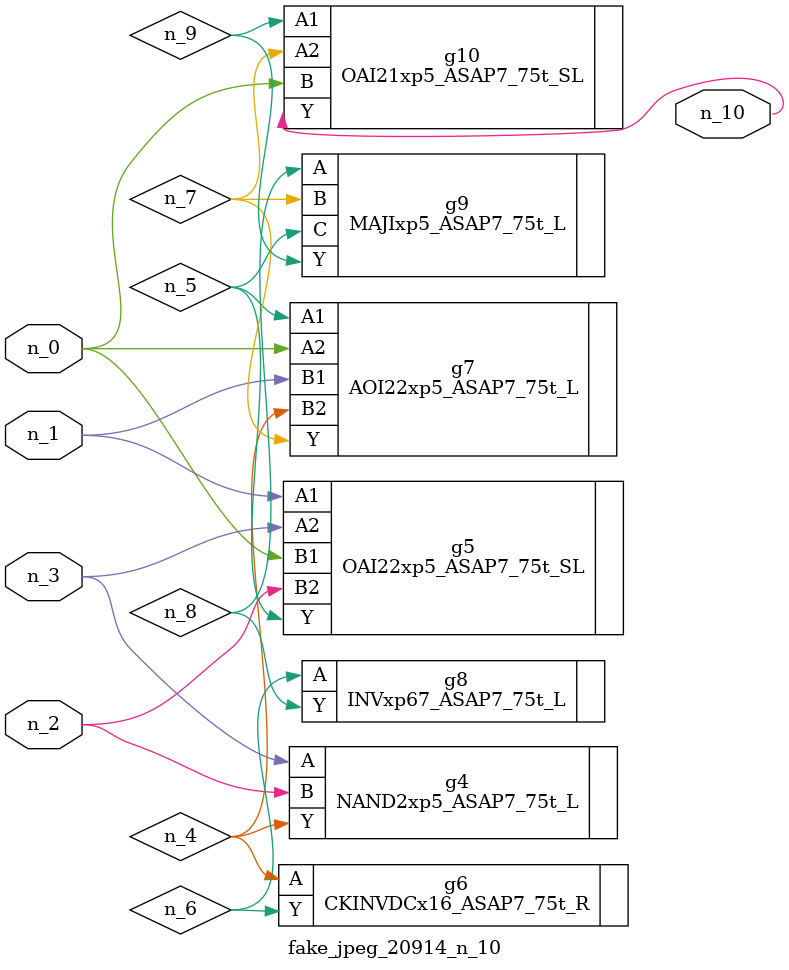
<source format=v>
module fake_jpeg_20914_n_10 (n_0, n_3, n_2, n_1, n_10);

input n_0;
input n_3;
input n_2;
input n_1;

output n_10;

wire n_4;
wire n_8;
wire n_9;
wire n_6;
wire n_5;
wire n_7;

NAND2xp5_ASAP7_75t_L g4 ( 
.A(n_3),
.B(n_2),
.Y(n_4)
);

OAI22xp5_ASAP7_75t_SL g5 ( 
.A1(n_1),
.A2(n_3),
.B1(n_0),
.B2(n_2),
.Y(n_5)
);

CKINVDCx16_ASAP7_75t_R g6 ( 
.A(n_4),
.Y(n_6)
);

INVxp67_ASAP7_75t_L g8 ( 
.A(n_6),
.Y(n_8)
);

AOI22xp5_ASAP7_75t_L g7 ( 
.A1(n_5),
.A2(n_0),
.B1(n_1),
.B2(n_4),
.Y(n_7)
);

MAJIxp5_ASAP7_75t_L g9 ( 
.A(n_8),
.B(n_7),
.C(n_5),
.Y(n_9)
);

OAI21xp5_ASAP7_75t_SL g10 ( 
.A1(n_9),
.A2(n_7),
.B(n_0),
.Y(n_10)
);


endmodule
</source>
